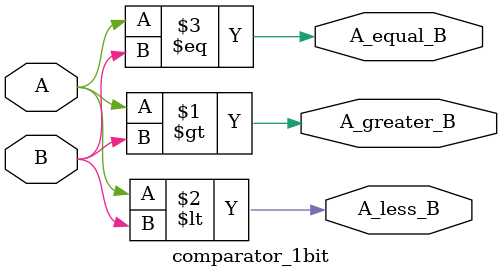
<source format=v>
`timescale 1ns / 1ps
module comparator_1bit(A_greater_B, A_less_B, A_equal_B, A, B);
input A, B;
output A_greater_B, A_less_B, A_equal_B;
assign A_greater_B = (A>B);
assign A_less_B = (A<B);
assign A_equal_B = (A==B);
endmodule

</source>
